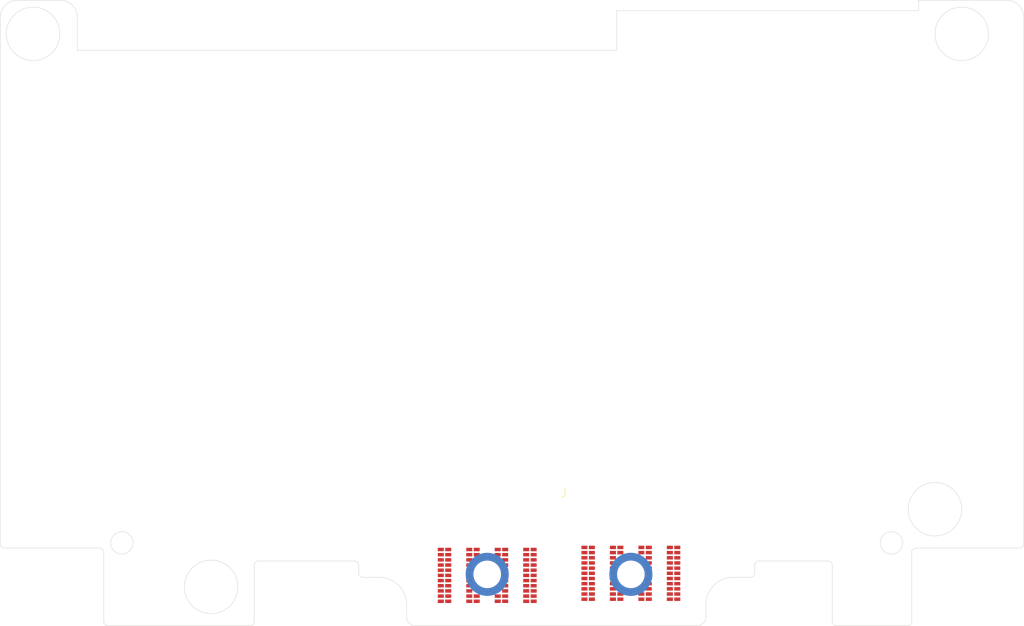
<source format=kicad_pcb>
(kicad_pcb (version 20221018) (generator pcbnew)
  (layers (0 "F.Cu" signal) (31 "B.Cu" signal) (34 "B.Paste" user) (35 "F.Paste" user) (36 "B.SilkS" user "B.Silkscreen") (37 "F.SilkS" user "F.Silkscreen") (38 "B.Mask" user) (39 "F.Mask" user) (44 "Edge.Cuts" user))
  (net 0 "")
  (footprint "Expansion_Bay:Expansion Bay FXBeam" (layer "F.Cu") (at 101.78 107.91)
    (fp_text reference "J" (at 0.54 -9.39 unlocked) (layer "F.SilkS") (effects (font (thickness 0.1))))
    (fp_text value "Expansion Bay FXBeam")
    (fp_circle (center -8.33 0) (end -6.63 0) (stroke (width 0.2)) (fill none) (layer "B.Cu"))
    (fp_circle (center -8.33 0) (end -6.44 0.005) (stroke (width 0.2)) (fill none) (layer "B.Cu"))
    (fp_circle (center -8.33 0) (end -6.265 0) (stroke (width 0.2)) (fill none) (layer "B.Cu"))
    (fp_circle (center -8.33 0) (end -6.075 0) (stroke (width 0.2)) (fill none) (layer "B.Cu"))
    (fp_circle (center -8.33 0) (end -5.93 0) (stroke (width 0.2)) (fill none) (layer "B.Cu"))
    (fp_circle (center 8.32 0) (end 10.02 0) (stroke (width 0.2)) (fill none) (layer "B.Cu"))
    (fp_circle (center 8.32 0) (end 10.21 0.005) (stroke (width 0.2)) (fill none) (layer "B.Cu"))
    (fp_circle (center 8.32 0) (end 10.385 0) (stroke (width 0.2)) (fill none) (layer "B.Cu"))
    (fp_circle (center 8.32 0) (end 10.575 0) (stroke (width 0.2)) (fill none) (layer "B.Cu"))
    (fp_circle (center 8.32 0) (end 10.72 0) (stroke (width 0.2)) (fill none) (layer "B.Cu"))
    (pad "" np_thru_hole circle (at -14.67 4.34) (size 1.5 1.5) (drill 1.5) (layers "F&B.Cu" "*.Mask"))
    (pad "" np_thru_hole circle (at -8.33 0) (size 2.7 2.7) (drill 2.7) (layers "F&B.Cu" "*.Mask"))
    (pad "" np_thru_hole circle (at -8.325 -4.2) (size 1.4 1.4) (drill 1.4) (layers "F&B.Cu" "*.Mask"))
    (pad "" np_thru_hole circle (at -1.99 4.345) (size 1.5 1.5) (drill 1.5) (layers "F&B.Cu" "*.Mask"))
    (pad "" np_thru_hole circle (at 1.98 -4.34) (size 1.5 1.5) (drill 1.5) (layers "F&B.Cu" "*.Mask"))
    (pad "" np_thru_hole circle (at 8.32 0) (size 2.7 2.7) (drill 2.7) (layers "F&B.Cu" "*.Mask"))
    (pad "" np_thru_hole circle (at 8.32 4.2) (size 1.4 1.4) (drill 1.4) (layers "F&B.Cu" "*.Mask"))
    (pad "" np_thru_hole circle (at 14.66 -4.34) (size 1.5 1.5) (drill 1.5) (layers "F&B.Cu" "*.Mask"))
    (pad "PA1" smd rect (at -2.95 -2.88) (size 0.7 0.4) (layers "F.Cu" "F.Paste" "F.Mask"))
    (pad "PA2" smd rect (at -3.81 -2.88) (size 0.7 0.4) (layers "F.Cu" "F.Paste" "F.Mask"))
    (pad "PA3" smd rect (at -6.25 -2.88) (size 0.7 0.4) (layers "F.Cu" "F.Paste" "F.Mask"))
    (pad "PA4" smd rect (at -7.11 -2.88) (size 0.7 0.4) (layers "F.Cu" "F.Paste" "F.Mask"))
    (pad "PA5" smd rect (at -9.55 -2.88 180) (size 0.7 0.4) (layers "F.Cu" "F.Paste" "F.Mask"))
    (pad "PA6" smd rect (at -10.41 -2.88 180) (size 0.7 0.4) (layers "F.Cu" "F.Paste" "F.Mask"))
    (pad "PA7" smd rect (at -12.85 -2.88) (size 0.7 0.4) (layers "F.Cu" "F.Paste" "F.Mask"))
    (pad "PA8" smd rect (at -13.71 -2.88) (size 0.7 0.4) (layers "F.Cu" "F.Paste" "F.Mask"))
    (pad "PB1" smd rect (at -2.95 -2.28) (size 0.7 0.4) (layers "F.Cu" "F.Paste" "F.Mask"))
    (pad "PB2" smd rect (at -3.81 -2.28) (size 0.7 0.4) (layers "F.Cu" "F.Paste" "F.Mask"))
    (pad "PB3" smd rect (at -6.25 -2.28) (size 0.7 0.4) (layers "F.Cu" "F.Paste" "F.Mask"))
    (pad "PB4" smd rect (at -7.11 -2.28) (size 0.7 0.4) (layers "F.Cu" "F.Paste" "F.Mask"))
    (pad "PB5" smd rect (at -9.55 -2.28 180) (size 0.7 0.4) (layers "F.Cu" "F.Paste" "F.Mask"))
    (pad "PB6" smd rect (at -10.41 -2.28 180) (size 0.7 0.4) (layers "F.Cu" "F.Paste" "F.Mask"))
    (pad "PB7" smd rect (at -12.85 -2.28) (size 0.7 0.4) (layers "F.Cu" "F.Paste" "F.Mask"))
    (pad "PB8" smd rect (at -13.71 -2.28) (size 0.7 0.4) (layers "F.Cu" "F.Paste" "F.Mask"))
    (pad "PC1" smd rect (at -2.95 -1.68) (size 0.7 0.4) (layers "F.Cu" "F.Paste" "F.Mask"))
    (pad "PC2" smd rect (at -3.81 -1.68) (size 0.7 0.4) (layers "F.Cu" "F.Paste" "F.Mask"))
    (pad "PC3" smd rect (at -6.25 -1.68) (size 0.7 0.4) (layers "F.Cu" "F.Paste" "F.Mask"))
    (pad "PC6" smd rect (at -10.41 -1.68 180) (size 0.7 0.4) (layers "F.Cu" "F.Paste" "F.Mask"))
    (pad "PC7" smd rect (at -12.85 -1.68) (size 0.7 0.4) (layers "F.Cu" "F.Paste" "F.Mask"))
    (pad "PC8" smd rect (at -13.71 -1.68) (size 0.7 0.4) (layers "F.Cu" "F.Paste" "F.Mask"))
    (pad "PD1" smd rect (at -2.95 -1.08) (size 0.7 0.4) (layers "F.Cu" "F.Paste" "F.Mask"))
    (pad "PD2" smd rect (at -3.81 -1.08) (size 0.7 0.4) (layers "F.Cu" "F.Paste" "F.Mask"))
    (pad "PD3" smd rect (at -6.25 -1.08) (size 0.7 0.4) (layers "F.Cu" "F.Paste" "F.Mask"))
    (pad "PD6" smd rect (at -10.41 -1.08 180) (size 0.7 0.4) (layers "F.Cu" "F.Paste" "F.Mask"))
    (pad "PD7" smd rect (at -12.85 -1.08) (size 0.7 0.4) (layers "F.Cu" "F.Paste" "F.Mask"))
    (pad "PD8" smd rect (at -13.71 -1.08) (size 0.7 0.4) (layers "F.Cu" "F.Paste" "F.Mask"))
    (pad "PE1" smd rect (at -2.95 -0.48) (size 0.7 0.4) (layers "F.Cu" "F.Paste" "F.Mask"))
    (pad "PE2" smd rect (at -3.81 -0.48) (size 0.7 0.4) (layers "F.Cu" "F.Paste" "F.Mask"))
    (pad "PE3" smd rect (at -6.25 -0.48) (size 0.7 0.4) (layers "F.Cu" "F.Paste" "F.Mask"))
    (pad "PE6" smd rect (at -10.41 -0.48 180) (size 0.7 0.4) (layers "F.Cu" "F.Paste" "F.Mask"))
    (pad "PE7" smd rect (at -12.85 -0.48) (size 0.7 0.4) (layers "F.Cu" "F.Paste" "F.Mask"))
    (pad "PE8" smd rect (at -13.71 -0.48) (size 0.7 0.4) (layers "F.Cu" "F.Paste" "F.Mask"))
    (pad "PF1" smd rect (at -2.95 0.12) (size 0.7 0.4) (layers "F.Cu" "F.Paste" "F.Mask"))
    (pad "PF2" smd rect (at -3.81 0.12) (size 0.7 0.4) (layers "F.Cu" "F.Paste" "F.Mask"))
    (pad "PF3" smd rect (at -6.25 0.12) (size 0.7 0.4) (layers "F.Cu" "F.Paste" "F.Mask"))
    (pad "PF6" smd rect (at -10.41 0.12 180) (size 0.7 0.4) (layers "F.Cu" "F.Paste" "F.Mask"))
    (pad "PF7" smd rect (at -12.85 0.12) (size 0.7 0.4) (layers "F.Cu" "F.Paste" "F.Mask"))
    (pad "PF8" smd rect (at -13.71 0.12) (size 0.7 0.4) (layers "F.Cu" "F.Paste" "F.Mask"))
    (pad "PG1" smd rect (at -2.95 0.72) (size 0.7 0.4) (layers "F.Cu" "F.Paste" "F.Mask"))
    (pad "PG2" smd rect (at -3.81 0.72) (size 0.7 0.4) (layers "F.Cu" "F.Paste" "F.Mask"))
    (pad "PG3" smd rect (at -6.25 0.72) (size 0.7 0.4) (layers "F.Cu" "F.Paste" "F.Mask"))
    (pad "PG6" smd rect (at -10.41 0.72 180) (size 0.7 0.4) (layers "F.Cu" "F.Paste" "F.Mask"))
    (pad "PG7" smd rect (at -12.85 0.72) (size 0.7 0.4) (layers "F.Cu" "F.Paste" "F.Mask"))
    (pad "PG8" smd rect (at -13.71 0.72) (size 0.7 0.4) (layers "F.Cu" "F.Paste" "F.Mask"))
    (pad "PH1" smd rect (at -2.95 1.32) (size 0.7 0.4) (layers "F.Cu" "F.Paste" "F.Mask"))
    (pad "PH2" smd rect (at -3.81 1.32) (size 0.7 0.4) (layers "F.Cu" "F.Paste" "F.Mask"))
    (pad "PH3" smd rect (at -6.25 1.32) (size 0.7 0.4) (layers "F.Cu" "F.Paste" "F.Mask"))
    (pad "PH6" smd rect (at -10.41 1.32 180) (size 0.7 0.4) (layers "F.Cu" "F.Paste" "F.Mask"))
    (pad "PH7" smd rect (at -12.85 1.32) (size 0.7 0.4) (layers "F.Cu" "F.Paste" "F.Mask"))
    (pad "PH8" smd rect (at -13.71 1.32) (size 0.7 0.4) (layers "F.Cu" "F.Paste" "F.Mask"))
    (pad "PJ1" smd rect (at -10.41 1.92 180) (size 0.7 0.4) (layers "F.Cu" "F.Paste" "F.Mask"))
    (pad "PJ1" smd rect (at -2.95 1.92) (size 0.7 0.4) (layers "F.Cu" "F.Paste" "F.Mask"))
    (pad "PJ2" smd rect (at -12.85 1.92) (size 0.7 0.4) (layers "F.Cu" "F.Paste" "F.Mask"))
    (pad "PJ2" smd rect (at -3.81 1.92) (size 0.7 0.4) (layers "F.Cu" "F.Paste" "F.Mask"))
    (pad "PJ3" smd rect (at -13.71 1.92) (size 0.7 0.4) (layers "F.Cu" "F.Paste" "F.Mask"))
    (pad "PJ3" smd rect (at -6.25 1.92) (size 0.7 0.4) (layers "F.Cu" "F.Paste" "F.Mask"))
    (pad "PK1" smd rect (at -2.95 2.52) (size 0.7 0.4) (layers "F.Cu" "F.Paste" "F.Mask"))
    (pad "PK2" smd rect (at -3.81 2.52) (size 0.7 0.4) (layers "F.Cu" "F.Paste" "F.Mask"))
    (pad "PK3" smd rect (at -6.25 2.52) (size 0.7 0.4) (layers "F.Cu" "F.Paste" "F.Mask"))
    (pad "PK4" smd rect (at -7.11 2.52) (size 0.7 0.4) (layers "F.Cu" "F.Paste" "F.Mask"))
    (pad "PK5" smd rect (at -9.55 2.52 180) (size 0.7 0.4) (layers "F.Cu" "F.Paste" "F.Mask"))
    (pad "PK6" smd rect (at -10.41 2.52 180) (size 0.7 0.4) (layers "F.Cu" "F.Paste" "F.Mask"))
    (pad "PK7" smd rect (at -12.85 2.52) (size 0.7 0.4) (layers "F.Cu" "F.Paste" "F.Mask"))
    (pad "PK8" smd rect (at -13.71 2.52) (size 0.7 0.4) (layers "F.Cu" "F.Paste" "F.Mask"))
    (pad "PL1" smd rect (at -2.95 3.12) (size 0.7 0.4) (layers "F.Cu" "F.Paste" "F.Mask"))
    (pad "PL2" smd rect (at -3.81 3.12) (size 0.7 0.4) (layers "F.Cu" "F.Paste" "F.Mask"))
    (pad "PL3" smd rect (at -6.25 3.12) (size 0.7 0.4) (layers "F.Cu" "F.Paste" "F.Mask"))
    (pad "PL4" smd rect (at -7.11 3.12) (size 0.7 0.4) (layers "F.Cu" "F.Paste" "F.Mask"))
    (pad "PL5" smd rect (at -9.55 3.12 180) (size 0.7 0.4) (layers "F.Cu" "F.Paste" "F.Mask"))
    (pad "PL6" smd rect (at -10.41 3.12 180) (size 0.7 0.4) (layers "F.Cu" "F.Paste" "F.Mask"))
    (pad "PL7" smd rect (at -12.85 3.12) (size 0.7 0.4) (layers "F.Cu" "F.Paste" "F.Mask"))
    (pad "PL8" smd rect (at -13.71 3.12) (size 0.7 0.4) (layers "F.Cu" "F.Paste" "F.Mask"))
    (pad "SA1" smd rect (at 13.7 -3.12) (size 0.7 0.4) (layers "F.Cu" "F.Paste" "F.Mask"))
    (pad "SA2" smd rect (at 12.84 -3.12) (size 0.7 0.4) (layers "F.Cu" "F.Paste" "F.Mask"))
    (pad "SA3" smd rect (at 10.4 -3.12) (size 0.7 0.4) (layers "F.Cu" "F.Paste" "F.Mask"))
    (pad "SA4" smd rect (at 9.54 -3.12) (size 0.7 0.4) (layers "F.Cu" "F.Paste" "F.Mask"))
    (pad "SA5" smd rect (at 7.1 -3.12 180) (size 0.7 0.4) (layers "F.Cu" "F.Paste" "F.Mask"))
    (pad "SA6" smd rect (at 6.24 -3.12 180) (size 0.7 0.4) (layers "F.Cu" "F.Paste" "F.Mask"))
    (pad "SA7" smd rect (at 3.8 -3.12) (size 0.7 0.4) (layers "F.Cu" "F.Paste" "F.Mask"))
    (pad "SA8" smd rect (at 2.94 -3.12) (size 0.7 0.4) (layers "F.Cu" "F.Paste" "F.Mask"))
    (pad "SB1" smd rect (at 13.7 -2.52) (size 0.7 0.4) (layers "F.Cu" "F.Paste" "F.Mask"))
    (pad "SB2" smd rect (at 12.84 -2.52) (size 0.7 0.4) (layers "F.Cu" "F.Paste" "F.Mask"))
    (pad "SB3" smd rect (at 10.4 -2.52) (size 0.7 0.4) (layers "F.Cu" "F.Paste" "F.Mask"))
    (pad "SB4" smd rect (at 9.54 -2.52) (size 0.7 0.4) (layers "F.Cu" "F.Paste" "F.Mask"))
    (pad "SB5" smd rect (at 7.1 -2.52 180) (size 0.7 0.4) (layers "F.Cu" "F.Paste" "F.Mask"))
    (pad "SB6" smd rect (at 6.24 -2.52 180) (size 0.7 0.4) (layers "F.Cu" "F.Paste" "F.Mask"))
    (pad "SB7" smd rect (at 3.8 -2.52) (size 0.7 0.4) (layers "F.Cu" "F.Paste" "F.Mask"))
    (pad "SB8" smd rect (at 2.94 -2.52) (size 0.7 0.4) (layers "F.Cu" "F.Paste" "F.Mask"))
    (pad "SC1" smd rect (at 13.7 -1.92) (size 0.7 0.4) (layers "F.Cu" "F.Paste" "F.Mask"))
    (pad "SC2" smd rect (at 12.84 -1.92) (size 0.7 0.4) (layers "F.Cu" "F.Paste" "F.Mask"))
    (pad "SC3" smd rect (at 10.4 -1.92) (size 0.7 0.4) (layers "F.Cu" "F.Paste" "F.Mask"))
    (pad "SC6" smd rect (at 6.24 -1.92 180) (size 0.7 0.4) (layers "F.Cu" "F.Paste" "F.Mask"))
    (pad "SC7" smd rect (at 3.8 -1.92) (size 0.7 0.4) (layers "F.Cu" "F.Paste" "F.Mask"))
    (pad "SC8" smd rect (at 2.94 -1.92) (size 0.7 0.4) (layers "F.Cu" "F.Paste" "F.Mask"))
    (pad "SD1" smd rect (at 13.7 -1.32) (size 0.7 0.4) (layers "F.Cu" "F.Paste" "F.Mask"))
    (pad "SD2" smd rect (at 12.84 -1.32) (size 0.7 0.4) (layers "F.Cu" "F.Paste" "F.Mask"))
    (pad "SD3" smd rect (at 10.4 -1.32) (size 0.7 0.4) (layers "F.Cu" "F.Paste" "F.Mask"))
    (pad "SD6" smd rect (at 6.24 -1.32 180) (size 0.7 0.4) (layers "F.Cu" "F.Paste" "F.Mask"))
    (pad "SD7" smd rect (at 3.8 -1.32) (size 0.7 0.4) (layers "F.Cu" "F.Paste" "F.Mask"))
    (pad "SD8" smd rect (at 2.94 -1.32) (size 0.7 0.4) (layers "F.Cu" "F.Paste" "F.Mask"))
    (pad "SE1" smd rect (at 13.7 -0.72) (size 0.7 0.4) (layers "F.Cu" "F.Paste" "F.Mask"))
    (pad "SE2" smd rect (at 12.84 -0.72) (size 0.7 0.4) (layers "F.Cu" "F.Paste" "F.Mask"))
    (pad "SE3" smd rect (at 10.4 -0.72) (size 0.7 0.4) (layers "F.Cu" "F.Paste" "F.Mask"))
    (pad "SE6" smd rect (at 6.24 -0.72 180) (size 0.7 0.4) (layers "F.Cu" "F.Paste" "F.Mask"))
    (pad "SE7" smd rect (at 3.8 -0.72) (size 0.7 0.4) (layers "F.Cu" "F.Paste" "F.Mask"))
    (pad "SE8" smd rect (at 2.94 -0.72) (size 0.7 0.4) (layers "F.Cu" "F.Paste" "F.Mask"))
    (pad "SF1" smd rect (at 13.7 -0.12) (size 0.7 0.4) (layers "F.Cu" "F.Paste" "F.Mask"))
    (pad "SF2" smd rect (at 12.84 -0.12) (size 0.7 0.4) (layers "F.Cu" "F.Paste" "F.Mask"))
    (pad "SF3" smd rect (at 10.4 -0.12) (size 0.7 0.4) (layers "F.Cu" "F.Paste" "F.Mask"))
    (pad "SF6" smd rect (at 6.24 -0.12 180) (size 0.7 0.4) (layers "F.Cu" "F.Paste" "F.Mask"))
    (pad "SF7" smd rect (at 3.8 -0.12) (size 0.7 0.4) (layers "F.Cu" "F.Paste" "F.Mask"))
    (pad "SF8" smd rect (at 2.94 -0.12) (size 0.7 0.4) (layers "F.Cu" "F.Paste" "F.Mask"))
    (pad "SG1" smd rect (at 13.7 0.48) (size 0.7 0.4) (layers "F.Cu" "F.Paste" "F.Mask"))
    (pad "SG2" smd rect (at 12.84 0.48) (size 0.7 0.4) (layers "F.Cu" "F.Paste" "F.Mask"))
    (pad "SG3" smd rect (at 10.4 0.48) (size 0.7 0.4) (layers "F.Cu" "F.Paste" "F.Mask"))
    (pad "SG6" smd rect (at 6.24 0.48 180) (size 0.7 0.4) (layers "F.Cu" "F.Paste" "F.Mask"))
    (pad "SG7" smd rect (at 3.8 0.48) (size 0.7 0.4) (layers "F.Cu" "F.Paste" "F.Mask"))
    (pad "SG8" smd rect (at 2.94 0.48) (size 0.7 0.4) (layers "F.Cu" "F.Paste" "F.Mask"))
    (pad "SH1" smd rect (at 13.7 1.08) (size 0.7 0.4) (layers "F.Cu" "F.Paste" "F.Mask"))
    (pad "SH2" smd rect (at 12.84 1.08) (size 0.7 0.4) (layers "F.Cu" "F.Paste" "F.Mask"))
    (pad "SH3" smd rect (at 10.4 1.08) (size 0.7 0.4) (layers "F.Cu" "F.Paste" "F.Mask"))
    (pad "SH6" smd rect (at 6.24 1.08 180) (size 0.7 0.4) (layers "F.Cu" "F.Paste" "F.Mask"))
    (pad "SH7" smd rect (at 3.8 1.08) (size 0.7 0.4) (layers "F.Cu" "F.Paste" "F.Mask"))
    (pad "SH8" smd rect (at 2.94 1.08) (size 0.7 0.4) (layers "F.Cu" "F.Paste" "F.Mask"))
    (pad "SJ1" smd rect (at 13.7 1.68) (size 0.7 0.4) (layers "F.Cu" "F.Paste" "F.Mask"))
    (pad "SJ2" smd rect (at 12.84 1.68) (size 0.7 0.4) (layers "F.Cu" "F.Paste" "F.Mask"))
    (pad "SJ3" smd rect (at 10.4 1.68) (size 0.7 0.4) (layers "F.Cu" "F.Paste" "F.Mask"))
    (pad "SJ6" smd rect (at 6.24 1.68 180) (size 0.7 0.4) (layers "F.Cu" "F.Paste" "F.Mask"))
    (pad "SJ7" smd rect (at 3.8 1.68) (size 0.7 0.4) (layers "F.Cu" "F.Paste" "F.Mask"))
    (pad "SJ8" smd rect (at 2.94 1.68) (size 0.7 0.4) (layers "F.Cu" "F.Paste" "F.Mask"))
    (pad "SK1" smd rect (at 13.7 2.28) (size 0.7 0.4) (layers "F.Cu" "F.Paste" "F.Mask"))
    (pad "SK2" smd rect (at 12.84 2.28) (size 0.7 0.4) (layers "F.Cu" "F.Paste" "F.Mask"))
    (pad "SK3" smd rect (at 10.4 2.28) (size 0.7 0.4) (layers "F.Cu" "F.Paste" "F.Mask"))
    (pad "SK4" smd rect (at 9.54 2.28) (size 0.7 0.4) (layers "F.Cu" "F.Paste" "F.Mask"))
    (pad "SK5" smd rect (at 7.1 2.28 180) (size 0.7 0.4) (layers "F.Cu" "F.Paste" "F.Mask"))
    (pad "SK6" smd rect (at 6.24 2.28 180) (size 0.7 0.4) (layers "F.Cu" "F.Paste" "F.Mask"))
    (pad "SK7" smd rect (at 3.8 2.28) (size 0.7 0.4) (layers "F.Cu" "F.Paste" "F.Mask"))
    (pad "SK8" smd rect (at 2.94 2.28) (size 0.7 0.4) (layers "F.Cu" "F.Paste" "F.Mask"))
    (pad "SL1" smd rect (at 13.7 2.88) (size 0.7 0.4) (layers "F.Cu" "F.Paste" "F.Mask"))
    (pad "SL2" smd rect (at 12.84 2.88) (size 0.7 0.4) (layers "F.Cu" "F.Paste" "F.Mask"))
    (pad "SL3" smd rect (at 10.4 2.88) (size 0.7 0.4) (layers "F.Cu" "F.Paste" "F.Mask"))
    (pad "SL4" smd rect (at 9.54 2.88) (size 0.7 0.4) (layers "F.Cu" "F.Paste" "F.Mask"))
    (pad "SL5" smd rect (at 7.1 2.88 180) (size 0.7 0.4) (layers "F.Cu" "F.Paste" "F.Mask"))
    (pad "SL6" smd rect (at 6.24 2.88 180) (size 0.7 0.4) (layers "F.Cu" "F.Paste" "F.Mask"))
    (pad "SL7" smd rect (at 3.8 2.88) (size 0.7 0.4) (layers "F.Cu" "F.Paste" "F.Mask"))
    (pad "SL8" smd rect (at 2.94 2.88) (size 0.7 0.4) (layers "F.Cu" "F.Paste" "F.Mask"))
  )
  (gr_line (start 66.45 113.36) (end 66.45 106.86) (stroke (width 0.05)) (layer "Edge.Cuts"))
  (gr_arc (start 80.95 108.26) (mid 83.177407 109.182602) (end 84.1 111.41) (stroke (width 0.05)) (layer "Edge.Cuts"))
  (gr_line (start 84.1 112.86) (end 84.1 111.41) (stroke (width 0.05)) (layer "Edge.Cuts"))
  (gr_line (start 123.95 108.26) (end 121.95 108.26) (stroke (width 0.05)) (layer "Edge.Cuts"))
  (gr_line (start 124.45 106.86) (end 124.45 107.76) (stroke (width 0.05)) (layer "Edge.Cuts"))
  (gr_arc (start 43.95 41.36) (mid 45.364234 41.945775) (end 45.95 43.36) (stroke (width 0.05)) (layer "Edge.Cuts"))
  (gr_circle (center 51.1 104.26) (end 52.4 104.26) (stroke (width 0.05)) (fill none) (layer "Edge.Cuts"))
  (gr_line (start 78.05 106.36) (end 66.95 106.36) (stroke (width 0.05)) (layer "Edge.Cuts"))
  (gr_arc (start 133.95 113.86) (mid 133.596468 113.713542) (end 133.45 113.36) (stroke (width 0.05)) (layer "Edge.Cuts"))
  (gr_line (start 65.95 113.86) (end 49.5 113.86) (stroke (width 0.05)) (layer "Edge.Cuts"))
  (gr_line (start 39 41.36) (end 43.95 41.36) (stroke (width 0.05)) (layer "Edge.Cuts"))
  (gr_line (start 118.8 112.86) (end 118.8 111.41) (stroke (width 0.05)) (layer "Edge.Cuts"))
  (gr_arc (start 153.65 41.36) (mid 155.064234 41.945775) (end 155.65 43.36) (stroke (width 0.05)) (layer "Edge.Cuts"))
  (gr_arc (start 142.65 105.36) (mid 142.796443 105.006433) (end 143.15 104.86) (stroke (width 0.05)) (layer "Edge.Cuts"))
  (gr_circle (center 40.8097 45.26) (end 43.9097 45.26) (stroke (width 0.05)) (fill none) (layer "Edge.Cuts"))
  (gr_arc (start 142.65 113.36) (mid 142.50355 113.713539) (end 142.15 113.86) (stroke (width 0.05)) (layer "Edge.Cuts"))
  (gr_line (start 45.95 43.36) (end 45.95 47.16) (stroke (width 0.05)) (layer "Edge.Cuts"))
  (gr_arc (start 124.45 107.76) (mid 124.30355 108.113539) (end 123.95 108.26) (stroke (width 0.05)) (layer "Edge.Cuts"))
  (gr_line (start 78.55 107.76) (end 78.55 106.86) (stroke (width 0.05)) (layer "Edge.Cuts"))
  (gr_line (start 155.65 43.36) (end 155.65 104.36) (stroke (width 0.05)) (layer "Edge.Cuts"))
  (gr_arc (start 118.8 111.41) (mid 119.722611 109.1826) (end 121.95 108.26) (stroke (width 0.05)) (layer "Edge.Cuts"))
  (gr_arc (start 48.5 104.86) (mid 48.853574 105.006435) (end 49 105.36) (stroke (width 0.05)) (layer "Edge.Cuts"))
  (gr_arc (start 37 43.36) (mid 37.585783 41.945772) (end 39 41.36) (stroke (width 0.05)) (layer "Edge.Cuts"))
  (gr_line (start 80.95 108.26) (end 79.05 108.26) (stroke (width 0.05)) (layer "Edge.Cuts"))
  (gr_line (start 37.5 104.86) (end 48.5 104.86) (stroke (width 0.05)) (layer "Edge.Cuts"))
  (gr_arc (start 85.1 113.86) (mid 84.392914 113.567095) (end 84.1 112.86) (stroke (width 0.05)) (layer "Edge.Cuts"))
  (gr_circle (center 140.3 104.26) (end 141.6 104.26) (stroke (width 0.05)) (fill none) (layer "Edge.Cuts"))
  (gr_line (start 45.95 47.16) (end 108.45 47.16) (stroke (width 0.05)) (layer "Edge.Cuts"))
  (gr_line (start 49 113.36) (end 49 105.36) (stroke (width 0.05)) (layer "Edge.Cuts"))
  (gr_line (start 108.45 47.16) (end 108.45 42.56) (stroke (width 0.05)) (layer "Edge.Cuts"))
  (gr_arc (start 37.5 104.86) (mid 37.146468 104.713542) (end 37 104.36) (stroke (width 0.05)) (layer "Edge.Cuts"))
  (gr_circle (center 145.35 100.36) (end 148.45 100.36) (stroke (width 0.05)) (fill none) (layer "Edge.Cuts"))
  (gr_line (start 153.65 41.36) (end 143.45 41.36) (stroke (width 0.05)) (layer "Edge.Cuts"))
  (gr_line (start 143.45 41.36) (end 143.45 42.56) (stroke (width 0.05)) (layer "Edge.Cuts"))
  (gr_arc (start 118.8 112.86) (mid 118.507104 113.567093) (end 117.8 113.86) (stroke (width 0.05)) (layer "Edge.Cuts"))
  (gr_arc (start 132.95 106.36) (mid 133.303574 106.506435) (end 133.45 106.86) (stroke (width 0.05)) (layer "Edge.Cuts"))
  (gr_line (start 133.45 113.36) (end 133.45 106.86) (stroke (width 0.05)) (layer "Edge.Cuts"))
  (gr_line (start 155.15 104.86) (end 143.15 104.86) (stroke (width 0.05)) (layer "Edge.Cuts"))
  (gr_line (start 142.65 113.36) (end 142.65 105.36) (stroke (width 0.05)) (layer "Edge.Cuts"))
  (gr_line (start 117.8 113.86) (end 85.1 113.86) (stroke (width 0.05)) (layer "Edge.Cuts"))
  (gr_arc (start 78.05 106.36) (mid 78.403574 106.506435) (end 78.55 106.86) (stroke (width 0.05)) (layer "Edge.Cuts"))
  (gr_arc (start 49.5 113.86) (mid 49.146468 113.713542) (end 49 113.36) (stroke (width 0.05)) (layer "Edge.Cuts"))
  (gr_line (start 132.95 106.36) (end 124.95 106.36) (stroke (width 0.05)) (layer "Edge.Cuts"))
  (gr_arc (start 66.45 106.86) (mid 66.596443 106.506433) (end 66.95 106.36) (stroke (width 0.05)) (layer "Edge.Cuts"))
  (gr_arc (start 124.45 106.86) (mid 124.596443 106.506433) (end 124.95 106.36) (stroke (width 0.05)) (layer "Edge.Cuts"))
  (gr_circle (center 61.45 109.36) (end 64.55 109.36) (stroke (width 0.05)) (fill none) (layer "Edge.Cuts"))
  (gr_line (start 108.45 42.56) (end 143.45 42.56) (stroke (width 0.05)) (layer "Edge.Cuts"))
  (gr_arc (start 155.65 104.36) (mid 155.50355 104.713539) (end 155.15 104.86) (stroke (width 0.05)) (layer "Edge.Cuts"))
  (gr_line (start 37 104.36) (end 37 43.36) (stroke (width 0.05)) (layer "Edge.Cuts"))
  (gr_circle (center 148.45 45.26) (end 151.55 45.26) (stroke (width 0.05)) (fill none) (layer "Edge.Cuts"))
  (gr_arc (start 79.05 108.26) (mid 78.696468 108.113542) (end 78.55 107.76) (stroke (width 0.05)) (layer "Edge.Cuts"))
  (gr_line (start 142.15 113.86) (end 133.95 113.86) (stroke (width 0.05)) (layer "Edge.Cuts"))
  (gr_arc (start 66.45 113.36) (mid 66.30355 113.713539) (end 65.95 113.86) (stroke (width 0.05)) (layer "Edge.Cuts"))
)
</source>
